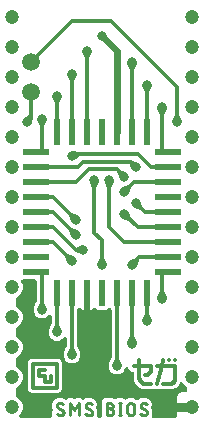
<source format=gbr>
G04 EAGLE Gerber RS-274X export*
G75*
%MOMM*%
%FSLAX34Y34*%
%LPD*%
%INTop Copper*%
%IPPOS*%
%AMOC8*
5,1,8,0,0,1.08239X$1,22.5*%
G01*
%ADD10C,0.228600*%
%ADD11R,0.600000X2.200000*%
%ADD12R,2.200000X0.600000*%
%ADD13C,1.500000*%
%ADD14C,0.609600*%
%ADD15C,0.800000*%
%ADD16C,1.200000*%
%ADD17C,0.304800*%
%ADD18C,0.508000*%
%ADD19C,0.800000*%

G36*
X32174Y3813D02*
X32174Y3813D01*
X32197Y3811D01*
X32346Y3833D01*
X32497Y3851D01*
X32519Y3858D01*
X32542Y3862D01*
X32682Y3917D01*
X32825Y3968D01*
X32844Y3981D01*
X32866Y3989D01*
X32991Y4075D01*
X33118Y4157D01*
X33134Y4174D01*
X33153Y4187D01*
X33255Y4299D01*
X33360Y4408D01*
X33372Y4428D01*
X33387Y4445D01*
X33461Y4577D01*
X33539Y4707D01*
X33546Y4729D01*
X33557Y4749D01*
X33599Y4895D01*
X33645Y5039D01*
X33647Y5062D01*
X33653Y5084D01*
X33674Y5328D01*
X33690Y9106D01*
X34194Y9605D01*
X34194Y9606D01*
X34195Y9607D01*
X34299Y9737D01*
X34411Y9877D01*
X34412Y9878D01*
X34413Y9879D01*
X34486Y10033D01*
X34562Y10192D01*
X34562Y10193D01*
X34562Y10194D01*
X34597Y10353D01*
X34636Y10532D01*
X34636Y10533D01*
X34637Y10534D01*
X34634Y10706D01*
X34632Y10881D01*
X34632Y10882D01*
X34632Y10883D01*
X34592Y11040D01*
X34548Y11219D01*
X34548Y11220D01*
X34547Y11221D01*
X34443Y11442D01*
X34072Y12093D01*
X34024Y12158D01*
X33985Y12228D01*
X33972Y12243D01*
X33972Y15774D01*
X34007Y15826D01*
X34037Y15863D01*
X34045Y15881D01*
X34063Y15906D01*
X35715Y18768D01*
X38577Y20421D01*
X38639Y20466D01*
X38707Y20504D01*
X38715Y20511D01*
X42221Y20511D01*
X42316Y20447D01*
X42409Y20373D01*
X42459Y20349D01*
X42506Y20317D01*
X42710Y20230D01*
X42724Y20224D01*
X42727Y20223D01*
X42731Y20222D01*
X44489Y19636D01*
X44727Y19457D01*
X44796Y19417D01*
X44861Y19368D01*
X44946Y19329D01*
X45028Y19282D01*
X45105Y19258D01*
X45178Y19224D01*
X45271Y19206D01*
X45361Y19179D01*
X45441Y19173D01*
X45520Y19157D01*
X45614Y19161D01*
X45708Y19154D01*
X45788Y19167D01*
X45869Y19170D01*
X45959Y19194D01*
X46052Y19209D01*
X46127Y19240D01*
X46205Y19261D01*
X46329Y19323D01*
X46375Y19341D01*
X46393Y19354D01*
X46424Y19370D01*
X46728Y19552D01*
X46779Y19591D01*
X46835Y19622D01*
X46977Y19743D01*
X47004Y19764D01*
X47010Y19772D01*
X47021Y19781D01*
X47751Y20511D01*
X47905Y20511D01*
X48019Y20524D01*
X48133Y20528D01*
X48191Y20544D01*
X48251Y20551D01*
X48359Y20590D01*
X48469Y20620D01*
X48539Y20654D01*
X48579Y20669D01*
X48616Y20692D01*
X48688Y20728D01*
X48820Y20807D01*
X49822Y20557D01*
X49886Y20548D01*
X49947Y20531D01*
X50133Y20516D01*
X50167Y20511D01*
X50177Y20512D01*
X50191Y20511D01*
X51224Y20511D01*
X51332Y20403D01*
X51422Y20332D01*
X51506Y20254D01*
X51558Y20224D01*
X51605Y20186D01*
X51709Y20137D01*
X51808Y20080D01*
X51882Y20055D01*
X51920Y20037D01*
X51963Y20028D01*
X52040Y20002D01*
X52590Y19865D01*
X52665Y19855D01*
X52739Y19835D01*
X52837Y19832D01*
X52935Y19819D01*
X53011Y19827D01*
X53087Y19825D01*
X53235Y19849D01*
X53282Y19854D01*
X53300Y19860D01*
X53328Y19865D01*
X53878Y20002D01*
X53985Y20042D01*
X54095Y20074D01*
X54148Y20104D01*
X54204Y20125D01*
X54299Y20188D01*
X54399Y20244D01*
X54459Y20295D01*
X54494Y20318D01*
X54524Y20350D01*
X54586Y20403D01*
X54694Y20511D01*
X55727Y20511D01*
X55791Y20519D01*
X55855Y20517D01*
X56039Y20547D01*
X56073Y20551D01*
X56082Y20554D01*
X56096Y20557D01*
X57098Y20807D01*
X57230Y20728D01*
X57334Y20681D01*
X57434Y20626D01*
X57492Y20609D01*
X57547Y20584D01*
X57659Y20562D01*
X57770Y20531D01*
X57847Y20525D01*
X57889Y20516D01*
X57932Y20518D01*
X58013Y20511D01*
X58167Y20511D01*
X58897Y19781D01*
X58947Y19741D01*
X58991Y19694D01*
X59143Y19586D01*
X59170Y19564D01*
X59179Y19560D01*
X59190Y19552D01*
X59533Y19346D01*
X59683Y19278D01*
X59830Y19209D01*
X59841Y19207D01*
X59850Y19202D01*
X60011Y19170D01*
X60171Y19136D01*
X60182Y19136D01*
X60192Y19134D01*
X60356Y19140D01*
X60519Y19143D01*
X60530Y19145D01*
X60540Y19146D01*
X60698Y19188D01*
X60857Y19228D01*
X60869Y19234D01*
X60877Y19236D01*
X60906Y19251D01*
X61078Y19333D01*
X62961Y20421D01*
X63023Y20466D01*
X63091Y20504D01*
X63099Y20511D01*
X66605Y20511D01*
X66700Y20447D01*
X66793Y20373D01*
X66843Y20349D01*
X66890Y20317D01*
X67094Y20230D01*
X67108Y20224D01*
X67111Y20223D01*
X67115Y20222D01*
X68873Y19636D01*
X69980Y18805D01*
X71369Y17763D01*
X71860Y14326D01*
X71257Y13521D01*
X71224Y13465D01*
X71184Y13415D01*
X71137Y13315D01*
X71081Y13220D01*
X71062Y13158D01*
X71034Y13100D01*
X71011Y12993D01*
X70978Y12887D01*
X70974Y12823D01*
X70960Y12760D01*
X70962Y12650D01*
X70954Y12540D01*
X70964Y12476D01*
X70965Y12411D01*
X70992Y12304D01*
X71009Y12195D01*
X71034Y12136D01*
X71049Y12073D01*
X71128Y11905D01*
X71141Y11873D01*
X71147Y11865D01*
X71153Y11851D01*
X72136Y10132D01*
X72183Y10067D01*
X72223Y9997D01*
X72236Y9981D01*
X72236Y6451D01*
X72200Y6399D01*
X72170Y6362D01*
X72162Y6344D01*
X72145Y6319D01*
X72016Y6096D01*
X71986Y6026D01*
X71947Y5961D01*
X71916Y5867D01*
X71877Y5776D01*
X71864Y5701D01*
X71840Y5629D01*
X71832Y5530D01*
X71815Y5433D01*
X71819Y5357D01*
X71812Y5282D01*
X71827Y5184D01*
X71832Y5085D01*
X71853Y5012D01*
X71864Y4937D01*
X71901Y4845D01*
X71928Y4750D01*
X71965Y4684D01*
X71993Y4613D01*
X72049Y4532D01*
X72098Y4445D01*
X72149Y4389D01*
X72192Y4327D01*
X72265Y4261D01*
X72332Y4187D01*
X72394Y4144D01*
X72451Y4094D01*
X72537Y4046D01*
X72619Y3989D01*
X72689Y3962D01*
X72756Y3925D01*
X72851Y3898D01*
X72943Y3862D01*
X73018Y3851D01*
X73091Y3830D01*
X73242Y3818D01*
X73288Y3811D01*
X73307Y3813D01*
X73335Y3811D01*
X74344Y3811D01*
X74371Y3814D01*
X74397Y3812D01*
X74543Y3834D01*
X74691Y3851D01*
X74715Y3859D01*
X74741Y3863D01*
X74879Y3918D01*
X75019Y3968D01*
X75041Y3982D01*
X75065Y3992D01*
X75187Y4077D01*
X75312Y4157D01*
X75330Y4176D01*
X75351Y4191D01*
X75450Y4301D01*
X75554Y4408D01*
X75567Y4430D01*
X75585Y4450D01*
X75656Y4580D01*
X75733Y4707D01*
X75741Y4732D01*
X75753Y4755D01*
X75794Y4898D01*
X75839Y5039D01*
X75841Y5065D01*
X75848Y5090D01*
X75868Y5334D01*
X75868Y18056D01*
X78323Y20511D01*
X84721Y20511D01*
X84773Y20476D01*
X84810Y20446D01*
X84828Y20438D01*
X84852Y20421D01*
X86125Y19686D01*
X86126Y19685D01*
X86127Y19685D01*
X86285Y19617D01*
X86444Y19547D01*
X86446Y19547D01*
X86447Y19547D01*
X86617Y19516D01*
X86787Y19485D01*
X86789Y19485D01*
X86790Y19485D01*
X86961Y19494D01*
X87135Y19502D01*
X87137Y19503D01*
X87138Y19503D01*
X87296Y19548D01*
X87470Y19598D01*
X87472Y19599D01*
X87473Y19599D01*
X87623Y19683D01*
X87775Y19768D01*
X87776Y19769D01*
X87777Y19770D01*
X87963Y19928D01*
X88547Y20511D01*
X94333Y20511D01*
X95100Y19745D01*
X95101Y19744D01*
X95102Y19743D01*
X95244Y19631D01*
X95373Y19528D01*
X95374Y19527D01*
X95375Y19527D01*
X95533Y19452D01*
X95688Y19379D01*
X95689Y19379D01*
X95691Y19378D01*
X95864Y19341D01*
X96029Y19306D01*
X96030Y19306D01*
X96031Y19305D01*
X96214Y19309D01*
X96377Y19312D01*
X96378Y19312D01*
X96380Y19312D01*
X96552Y19356D01*
X96715Y19397D01*
X96716Y19397D01*
X96718Y19398D01*
X96939Y19503D01*
X98686Y20511D01*
X102482Y20511D01*
X105280Y18896D01*
X105418Y18836D01*
X105555Y18772D01*
X105578Y18767D01*
X105599Y18758D01*
X105748Y18731D01*
X105896Y18699D01*
X105919Y18699D01*
X105942Y18695D01*
X106093Y18703D01*
X106244Y18706D01*
X106267Y18711D01*
X106290Y18713D01*
X106436Y18754D01*
X106582Y18791D01*
X106608Y18803D01*
X106625Y18808D01*
X106666Y18831D01*
X106803Y18896D01*
X109443Y20421D01*
X109505Y20466D01*
X109572Y20504D01*
X109581Y20511D01*
X113087Y20511D01*
X113182Y20447D01*
X113275Y20373D01*
X113325Y20349D01*
X113372Y20317D01*
X113576Y20230D01*
X113590Y20224D01*
X113593Y20223D01*
X113597Y20222D01*
X115355Y19636D01*
X116462Y18805D01*
X117851Y17763D01*
X118342Y14326D01*
X117739Y13521D01*
X117706Y13465D01*
X117666Y13415D01*
X117619Y13315D01*
X117563Y13220D01*
X117544Y13158D01*
X117516Y13100D01*
X117493Y12992D01*
X117460Y12887D01*
X117456Y12823D01*
X117442Y12759D01*
X117443Y12649D01*
X117436Y12540D01*
X117446Y12476D01*
X117447Y12411D01*
X117473Y12304D01*
X117491Y12195D01*
X117515Y12136D01*
X117531Y12073D01*
X117610Y11905D01*
X117623Y11873D01*
X117629Y11865D01*
X117635Y11851D01*
X118618Y10132D01*
X118665Y10067D01*
X118705Y9997D01*
X118717Y9982D01*
X118717Y6451D01*
X118682Y6399D01*
X118652Y6362D01*
X118644Y6344D01*
X118627Y6319D01*
X118497Y6096D01*
X118467Y6026D01*
X118429Y5961D01*
X118398Y5867D01*
X118359Y5776D01*
X118345Y5701D01*
X118322Y5629D01*
X118314Y5530D01*
X118297Y5433D01*
X118300Y5357D01*
X118294Y5282D01*
X118309Y5184D01*
X118314Y5085D01*
X118335Y5012D01*
X118346Y4937D01*
X118383Y4845D01*
X118410Y4750D01*
X118447Y4684D01*
X118475Y4613D01*
X118531Y4532D01*
X118580Y4445D01*
X118631Y4389D01*
X118674Y4327D01*
X118747Y4261D01*
X118814Y4187D01*
X118876Y4144D01*
X118932Y4094D01*
X119019Y4046D01*
X119101Y3989D01*
X119171Y3962D01*
X119237Y3925D01*
X119333Y3898D01*
X119425Y3862D01*
X119500Y3851D01*
X119573Y3830D01*
X119724Y3818D01*
X119770Y3811D01*
X119788Y3813D01*
X119817Y3811D01*
X138176Y3811D01*
X138202Y3814D01*
X138228Y3812D01*
X138375Y3834D01*
X138522Y3851D01*
X138547Y3859D01*
X138573Y3863D01*
X138711Y3918D01*
X138850Y3968D01*
X138872Y3982D01*
X138897Y3992D01*
X139018Y4077D01*
X139143Y4157D01*
X139161Y4176D01*
X139183Y4191D01*
X139282Y4301D01*
X139385Y4408D01*
X139399Y4430D01*
X139416Y4450D01*
X139488Y4580D01*
X139564Y4707D01*
X139572Y4732D01*
X139585Y4755D01*
X139625Y4898D01*
X139670Y5039D01*
X139672Y5065D01*
X139680Y5090D01*
X139699Y5334D01*
X139699Y20104D01*
X139695Y20145D01*
X139697Y20186D01*
X139675Y20318D01*
X139669Y20368D01*
X139690Y20553D01*
X139690Y20603D01*
X139699Y20723D01*
X139699Y20896D01*
X139712Y20927D01*
X139759Y21167D01*
X139769Y21261D01*
X139769Y21391D01*
X139776Y21521D01*
X139769Y21565D01*
X139769Y21566D01*
X139773Y21583D01*
X139791Y21628D01*
X139822Y21788D01*
X139824Y21795D01*
X139825Y21801D01*
X139833Y21843D01*
X139865Y21888D01*
X139887Y21939D01*
X139905Y21967D01*
X139920Y22014D01*
X139964Y22112D01*
X140026Y22290D01*
X140055Y22417D01*
X140091Y22542D01*
X140093Y22586D01*
X140093Y22587D01*
X140101Y22603D01*
X140129Y22643D01*
X140217Y22843D01*
X140258Y22880D01*
X140291Y22924D01*
X140315Y22948D01*
X140341Y22990D01*
X140405Y23076D01*
X140505Y23236D01*
X140561Y23353D01*
X140624Y23467D01*
X140636Y23510D01*
X140647Y23524D01*
X140683Y23557D01*
X140815Y23733D01*
X140863Y23759D01*
X140905Y23795D01*
X140933Y23813D01*
X140968Y23849D01*
X141049Y23918D01*
X141182Y24051D01*
X141263Y24153D01*
X141287Y24179D01*
X141316Y24210D01*
X141321Y24218D01*
X141350Y24250D01*
X141371Y24289D01*
X141385Y24301D01*
X141428Y24324D01*
X141595Y24467D01*
X141648Y24482D01*
X141697Y24508D01*
X141728Y24519D01*
X141770Y24546D01*
X141864Y24595D01*
X142024Y24695D01*
X142125Y24777D01*
X142232Y24852D01*
X142261Y24886D01*
X142278Y24894D01*
X142324Y24907D01*
X142519Y25009D01*
X142574Y25012D01*
X142627Y25026D01*
X142661Y25030D01*
X142707Y25047D01*
X142810Y25074D01*
X142988Y25136D01*
X143105Y25193D01*
X143226Y25243D01*
X143262Y25269D01*
X143280Y25273D01*
X143328Y25276D01*
X143540Y25332D01*
X143594Y25323D01*
X143650Y25324D01*
X143683Y25321D01*
X143732Y25327D01*
X143839Y25330D01*
X143932Y25341D01*
X143973Y25350D01*
X144014Y25352D01*
X144142Y25389D01*
X144191Y25401D01*
X144377Y25401D01*
X144427Y25406D01*
X144547Y25410D01*
X144719Y25430D01*
X144752Y25420D01*
X144996Y25401D01*
X147066Y25401D01*
X147092Y25404D01*
X147118Y25402D01*
X147265Y25424D01*
X147412Y25441D01*
X147437Y25449D01*
X147463Y25453D01*
X147601Y25508D01*
X147740Y25558D01*
X147762Y25572D01*
X147787Y25582D01*
X147908Y25667D01*
X148033Y25747D01*
X148051Y25766D01*
X148073Y25781D01*
X148172Y25891D01*
X148275Y25998D01*
X148289Y26020D01*
X148306Y26040D01*
X148378Y26170D01*
X148454Y26297D01*
X148462Y26322D01*
X148475Y26345D01*
X148515Y26488D01*
X148560Y26629D01*
X148562Y26655D01*
X148570Y26680D01*
X148589Y26924D01*
X148589Y28866D01*
X148581Y28942D01*
X148582Y29019D01*
X148561Y29115D01*
X148549Y29213D01*
X148524Y29285D01*
X148507Y29359D01*
X148465Y29448D01*
X148432Y29541D01*
X148390Y29605D01*
X148358Y29674D01*
X148296Y29751D01*
X148243Y29834D01*
X148188Y29887D01*
X148140Y29946D01*
X148063Y30007D01*
X147992Y30076D01*
X147927Y30115D01*
X147867Y30162D01*
X147734Y30230D01*
X147693Y30255D01*
X147675Y30260D01*
X147649Y30274D01*
X147274Y30429D01*
X144729Y32974D01*
X144726Y32981D01*
X144726Y32982D01*
X144725Y32983D01*
X144640Y33135D01*
X144557Y33286D01*
X144556Y33287D01*
X144449Y33405D01*
X144323Y33544D01*
X144322Y33545D01*
X144321Y33545D01*
X144196Y33632D01*
X144036Y33742D01*
X144035Y33743D01*
X143877Y33805D01*
X143712Y33870D01*
X143711Y33870D01*
X143710Y33871D01*
X143547Y33895D01*
X143367Y33921D01*
X143366Y33921D01*
X143365Y33921D01*
X143199Y33907D01*
X143020Y33892D01*
X143019Y33892D01*
X143018Y33892D01*
X142851Y33838D01*
X142688Y33785D01*
X142687Y33785D01*
X142543Y33698D01*
X142389Y33605D01*
X142388Y33605D01*
X142262Y33482D01*
X142139Y33363D01*
X142139Y33362D01*
X142138Y33362D01*
X141999Y33160D01*
X140280Y30182D01*
X136418Y27952D01*
X127028Y27952D01*
X126066Y28351D01*
X126004Y28368D01*
X125945Y28395D01*
X125837Y28416D01*
X125731Y28446D01*
X125666Y28449D01*
X125603Y28462D01*
X125493Y28458D01*
X125383Y28463D01*
X125320Y28452D01*
X125255Y28449D01*
X125148Y28421D01*
X125040Y28401D01*
X124981Y28375D01*
X124919Y28358D01*
X124753Y28276D01*
X124720Y28262D01*
X124712Y28256D01*
X124699Y28250D01*
X124510Y28136D01*
X122711Y27868D01*
X120663Y28380D01*
X120649Y28382D01*
X120635Y28387D01*
X120475Y28405D01*
X120317Y28426D01*
X120303Y28424D01*
X120289Y28426D01*
X120130Y28407D01*
X119970Y28391D01*
X119957Y28387D01*
X119943Y28385D01*
X119710Y28310D01*
X118847Y27952D01*
X110372Y27952D01*
X105930Y30517D01*
X103365Y34960D01*
X103365Y41429D01*
X103362Y41455D01*
X103364Y41481D01*
X103342Y41628D01*
X103325Y41775D01*
X103316Y41800D01*
X103312Y41826D01*
X103257Y41964D01*
X103207Y42103D01*
X103193Y42125D01*
X103183Y42150D01*
X103099Y42271D01*
X103018Y42396D01*
X102999Y42414D01*
X102985Y42436D01*
X102875Y42535D01*
X102768Y42638D01*
X102745Y42652D01*
X102726Y42669D01*
X102596Y42741D01*
X102469Y42817D01*
X102444Y42825D01*
X102421Y42838D01*
X102278Y42878D01*
X102137Y42923D01*
X102111Y42925D01*
X102085Y42933D01*
X102073Y42934D01*
X100347Y43648D01*
X99061Y44935D01*
X98645Y45938D01*
X98597Y46026D01*
X98557Y46118D01*
X98512Y46178D01*
X98476Y46243D01*
X98409Y46317D01*
X98349Y46398D01*
X98292Y46446D01*
X98242Y46501D01*
X98159Y46558D01*
X98083Y46623D01*
X98016Y46657D01*
X97955Y46699D01*
X97862Y46736D01*
X97772Y46782D01*
X97700Y46800D01*
X97631Y46827D01*
X97532Y46842D01*
X97434Y46866D01*
X97360Y46867D01*
X97286Y46878D01*
X97186Y46869D01*
X97086Y46871D01*
X97013Y46855D01*
X96939Y46849D01*
X96843Y46818D01*
X96745Y46796D01*
X96678Y46765D01*
X96607Y46742D01*
X96521Y46690D01*
X96431Y46647D01*
X96372Y46600D01*
X96309Y46562D01*
X96236Y46492D01*
X96158Y46429D01*
X96112Y46371D01*
X96059Y46319D01*
X96004Y46235D01*
X95942Y46156D01*
X95896Y46066D01*
X95870Y46026D01*
X95858Y45992D01*
X95831Y45938D01*
X94876Y43632D01*
X92893Y41649D01*
X90302Y40576D01*
X87498Y40576D01*
X84907Y41649D01*
X82924Y43632D01*
X81851Y46223D01*
X81851Y49027D01*
X81996Y49375D01*
X82037Y49521D01*
X82076Y49644D01*
X82148Y49803D01*
X82421Y50404D01*
X82421Y50405D01*
X82422Y50407D01*
X82428Y50426D01*
X82442Y50453D01*
X82947Y51672D01*
X83005Y51741D01*
X83018Y51765D01*
X83029Y51779D01*
X83049Y51821D01*
X83123Y51955D01*
X83801Y53451D01*
X84192Y54313D01*
X84200Y54339D01*
X84213Y54362D01*
X84253Y54504D01*
X84298Y54645D01*
X84300Y54672D01*
X84308Y54698D01*
X84327Y54942D01*
X84327Y95130D01*
X84313Y95256D01*
X84306Y95382D01*
X84293Y95428D01*
X84287Y95476D01*
X84245Y95595D01*
X84210Y95717D01*
X84186Y95759D01*
X84170Y95805D01*
X84101Y95911D01*
X84040Y96021D01*
X84000Y96067D01*
X83981Y96097D01*
X83946Y96131D01*
X83881Y96207D01*
X83627Y96461D01*
X83607Y96478D01*
X83590Y96498D01*
X83470Y96586D01*
X83354Y96678D01*
X83330Y96689D01*
X83309Y96705D01*
X83173Y96764D01*
X83039Y96827D01*
X83013Y96832D01*
X82989Y96843D01*
X82843Y96869D01*
X82698Y96900D01*
X82672Y96900D01*
X82646Y96904D01*
X82498Y96897D01*
X82350Y96894D01*
X82324Y96888D01*
X82298Y96887D01*
X82156Y96845D01*
X82012Y96809D01*
X81989Y96797D01*
X81963Y96790D01*
X81834Y96718D01*
X81702Y96650D01*
X81682Y96633D01*
X81659Y96620D01*
X81473Y96461D01*
X80463Y95451D01*
X71937Y95451D01*
X70927Y96461D01*
X70907Y96478D01*
X70890Y96498D01*
X70770Y96586D01*
X70654Y96678D01*
X70630Y96689D01*
X70609Y96705D01*
X70473Y96763D01*
X70339Y96827D01*
X70313Y96832D01*
X70289Y96843D01*
X70143Y96869D01*
X69998Y96900D01*
X69972Y96900D01*
X69946Y96904D01*
X69798Y96897D01*
X69650Y96894D01*
X69624Y96888D01*
X69598Y96887D01*
X69456Y96845D01*
X69312Y96809D01*
X69288Y96797D01*
X69263Y96790D01*
X69134Y96718D01*
X69002Y96650D01*
X68982Y96633D01*
X68959Y96620D01*
X68773Y96461D01*
X68372Y96060D01*
X67677Y95659D01*
X66901Y95451D01*
X65023Y95451D01*
X65023Y109500D01*
X65020Y109526D01*
X65022Y109552D01*
X65000Y109699D01*
X64984Y109846D01*
X64975Y109871D01*
X64971Y109897D01*
X64916Y110034D01*
X64866Y110174D01*
X64852Y110196D01*
X64842Y110220D01*
X64758Y110342D01*
X64677Y110467D01*
X64658Y110485D01*
X64643Y110507D01*
X64533Y110606D01*
X64426Y110709D01*
X64404Y110722D01*
X64384Y110740D01*
X64254Y110812D01*
X64127Y110888D01*
X64102Y110896D01*
X64079Y110909D01*
X63936Y110949D01*
X63795Y110994D01*
X63769Y110996D01*
X63744Y111003D01*
X63500Y111023D01*
X63474Y111020D01*
X63448Y111022D01*
X63301Y111000D01*
X63154Y110983D01*
X63129Y110974D01*
X63103Y110970D01*
X62965Y110916D01*
X62826Y110866D01*
X62803Y110851D01*
X62779Y110842D01*
X62658Y110757D01*
X62533Y110677D01*
X62514Y110658D01*
X62493Y110643D01*
X62394Y110533D01*
X62291Y110426D01*
X62277Y110403D01*
X62259Y110384D01*
X62188Y110254D01*
X62112Y110127D01*
X62104Y110102D01*
X62091Y110079D01*
X62051Y109936D01*
X62005Y109795D01*
X62003Y109769D01*
X61996Y109743D01*
X61977Y109500D01*
X61977Y95451D01*
X60099Y95451D01*
X59323Y95659D01*
X58628Y96060D01*
X58227Y96461D01*
X58207Y96478D01*
X58189Y96498D01*
X58070Y96586D01*
X57954Y96678D01*
X57930Y96689D01*
X57909Y96705D01*
X57773Y96763D01*
X57639Y96827D01*
X57613Y96832D01*
X57589Y96843D01*
X57443Y96869D01*
X57298Y96900D01*
X57272Y96900D01*
X57246Y96904D01*
X57098Y96897D01*
X56950Y96894D01*
X56924Y96888D01*
X56898Y96887D01*
X56755Y96845D01*
X56612Y96809D01*
X56588Y96797D01*
X56563Y96790D01*
X56434Y96718D01*
X56302Y96650D01*
X56282Y96633D01*
X56259Y96620D01*
X56073Y96461D01*
X55819Y96207D01*
X55740Y96108D01*
X55656Y96014D01*
X55632Y95972D01*
X55602Y95934D01*
X55548Y95820D01*
X55487Y95709D01*
X55474Y95663D01*
X55453Y95619D01*
X55427Y95496D01*
X55392Y95374D01*
X55387Y95313D01*
X55380Y95278D01*
X55381Y95230D01*
X55373Y95130D01*
X55373Y64466D01*
X55376Y64440D01*
X55374Y64413D01*
X55396Y64267D01*
X55413Y64120D01*
X55422Y64095D01*
X55426Y64068D01*
X55508Y63838D01*
X56577Y61480D01*
X56655Y61350D01*
X56729Y61217D01*
X56747Y61196D01*
X56756Y61181D01*
X56763Y61174D01*
X57258Y59977D01*
X57268Y59960D01*
X57278Y59932D01*
X57626Y59165D01*
X57629Y59133D01*
X57638Y59107D01*
X57640Y59089D01*
X57658Y59046D01*
X57704Y58900D01*
X57849Y58552D01*
X57849Y55748D01*
X56776Y53157D01*
X54793Y51174D01*
X52202Y50101D01*
X49398Y50101D01*
X46807Y51174D01*
X44824Y53157D01*
X43751Y55748D01*
X43751Y58552D01*
X43896Y58900D01*
X43937Y59046D01*
X43976Y59169D01*
X44048Y59328D01*
X44146Y59544D01*
X44322Y59932D01*
X44328Y59951D01*
X44342Y59978D01*
X44847Y61197D01*
X44905Y61266D01*
X44918Y61290D01*
X44929Y61304D01*
X44949Y61346D01*
X45023Y61480D01*
X46092Y63838D01*
X46100Y63864D01*
X46113Y63887D01*
X46153Y64029D01*
X46198Y64170D01*
X46200Y64197D01*
X46208Y64223D01*
X46227Y64467D01*
X46227Y70681D01*
X46216Y70781D01*
X46214Y70882D01*
X46196Y70954D01*
X46187Y71028D01*
X46154Y71122D01*
X46129Y71220D01*
X46095Y71286D01*
X46070Y71356D01*
X46015Y71440D01*
X45969Y71529D01*
X45921Y71586D01*
X45881Y71649D01*
X45809Y71718D01*
X45744Y71795D01*
X45684Y71839D01*
X45630Y71891D01*
X45544Y71942D01*
X45463Y72002D01*
X45395Y72031D01*
X45331Y72070D01*
X45235Y72100D01*
X45143Y72140D01*
X45070Y72153D01*
X44999Y72176D01*
X44899Y72184D01*
X44800Y72202D01*
X44726Y72198D01*
X44652Y72204D01*
X44552Y72189D01*
X44452Y72184D01*
X44381Y72163D01*
X44307Y72152D01*
X44214Y72115D01*
X44117Y72087D01*
X44052Y72051D01*
X43983Y72023D01*
X43901Y71966D01*
X43813Y71917D01*
X43737Y71852D01*
X43697Y71824D01*
X43673Y71798D01*
X43627Y71759D01*
X42093Y70224D01*
X39502Y69151D01*
X36698Y69151D01*
X34107Y70224D01*
X32124Y72207D01*
X31051Y74798D01*
X31051Y77602D01*
X31196Y77950D01*
X31237Y78096D01*
X31276Y78219D01*
X31622Y78982D01*
X31628Y79001D01*
X31642Y79028D01*
X32147Y80247D01*
X32205Y80316D01*
X32218Y80340D01*
X32229Y80354D01*
X32249Y80396D01*
X32323Y80530D01*
X32477Y80869D01*
X33167Y82392D01*
X33167Y82393D01*
X33392Y82888D01*
X33400Y82914D01*
X33413Y82937D01*
X33453Y83079D01*
X33498Y83220D01*
X33500Y83247D01*
X33508Y83273D01*
X33527Y83517D01*
X33527Y89731D01*
X33516Y89831D01*
X33514Y89932D01*
X33496Y90004D01*
X33487Y90078D01*
X33454Y90172D01*
X33429Y90270D01*
X33395Y90336D01*
X33370Y90406D01*
X33315Y90490D01*
X33269Y90579D01*
X33221Y90636D01*
X33181Y90699D01*
X33109Y90768D01*
X33044Y90845D01*
X32984Y90889D01*
X32930Y90941D01*
X32844Y90992D01*
X32763Y91052D01*
X32695Y91081D01*
X32631Y91120D01*
X32535Y91150D01*
X32443Y91190D01*
X32370Y91203D01*
X32299Y91226D01*
X32199Y91234D01*
X32100Y91252D01*
X32026Y91248D01*
X31952Y91254D01*
X31852Y91239D01*
X31752Y91234D01*
X31681Y91213D01*
X31607Y91202D01*
X31514Y91165D01*
X31417Y91137D01*
X31352Y91101D01*
X31283Y91073D01*
X31201Y91016D01*
X31113Y90967D01*
X31037Y90902D01*
X30997Y90874D01*
X30973Y90848D01*
X30927Y90809D01*
X29393Y89274D01*
X26802Y88201D01*
X23998Y88201D01*
X21407Y89274D01*
X19424Y91257D01*
X18351Y93848D01*
X18351Y96652D01*
X18496Y97000D01*
X18537Y97146D01*
X18576Y97269D01*
X18648Y97428D01*
X18738Y97625D01*
X18922Y98032D01*
X18928Y98051D01*
X18942Y98078D01*
X19447Y99297D01*
X19505Y99366D01*
X19518Y99390D01*
X19529Y99404D01*
X19549Y99446D01*
X19623Y99580D01*
X20692Y101938D01*
X20700Y101964D01*
X20713Y101987D01*
X20753Y102129D01*
X20798Y102270D01*
X20800Y102297D01*
X20808Y102323D01*
X20827Y102567D01*
X20827Y119428D01*
X20824Y119454D01*
X20826Y119480D01*
X20804Y119627D01*
X20787Y119774D01*
X20779Y119799D01*
X20775Y119825D01*
X20720Y119963D01*
X20670Y120102D01*
X20656Y120124D01*
X20646Y120149D01*
X20561Y120270D01*
X20481Y120395D01*
X20462Y120413D01*
X20447Y120435D01*
X20337Y120534D01*
X20230Y120637D01*
X20208Y120651D01*
X20188Y120668D01*
X20058Y120740D01*
X19931Y120816D01*
X19906Y120824D01*
X19883Y120837D01*
X19740Y120877D01*
X19599Y120922D01*
X19573Y120924D01*
X19548Y120932D01*
X19304Y120951D01*
X9319Y120951D01*
X9170Y120934D01*
X9020Y120922D01*
X8997Y120914D01*
X8973Y120911D01*
X8832Y120861D01*
X8688Y120815D01*
X8667Y120802D01*
X8645Y120794D01*
X8518Y120712D01*
X8389Y120635D01*
X8372Y120618D01*
X8352Y120605D01*
X8247Y120497D01*
X8139Y120392D01*
X8126Y120372D01*
X8110Y120354D01*
X8032Y120225D01*
X7951Y120099D01*
X7943Y120076D01*
X7931Y120055D01*
X7885Y119912D01*
X7835Y119770D01*
X7832Y119746D01*
X7825Y119723D01*
X7813Y119574D01*
X7796Y119424D01*
X7799Y119400D01*
X7797Y119376D01*
X7819Y119227D01*
X7836Y119078D01*
X7845Y119050D01*
X7848Y119031D01*
X7866Y118987D01*
X7912Y118845D01*
X9049Y116100D01*
X9049Y112500D01*
X7671Y109174D01*
X5126Y106629D01*
X4751Y106474D01*
X4684Y106437D01*
X4613Y106408D01*
X4532Y106352D01*
X4446Y106304D01*
X4390Y106253D01*
X4327Y106209D01*
X4261Y106136D01*
X4188Y106070D01*
X4145Y106007D01*
X4094Y105951D01*
X4046Y105865D01*
X3990Y105784D01*
X3962Y105712D01*
X3925Y105646D01*
X3898Y105551D01*
X3862Y105459D01*
X3851Y105384D01*
X3830Y105310D01*
X3818Y105161D01*
X3811Y105115D01*
X3813Y105095D01*
X3811Y105066D01*
X3811Y98134D01*
X3819Y98058D01*
X3818Y97981D01*
X3839Y97885D01*
X3851Y97787D01*
X3876Y97715D01*
X3893Y97641D01*
X3935Y97552D01*
X3968Y97459D01*
X4010Y97395D01*
X4042Y97326D01*
X4104Y97249D01*
X4157Y97166D01*
X4212Y97113D01*
X4260Y97054D01*
X4337Y96993D01*
X4408Y96924D01*
X4473Y96885D01*
X4533Y96838D01*
X4666Y96770D01*
X4707Y96745D01*
X4725Y96740D01*
X4751Y96726D01*
X5126Y96571D01*
X7671Y94026D01*
X9049Y90700D01*
X9049Y87100D01*
X7671Y83774D01*
X5126Y81229D01*
X4751Y81074D01*
X4684Y81037D01*
X4613Y81008D01*
X4532Y80952D01*
X4446Y80904D01*
X4390Y80853D01*
X4327Y80809D01*
X4261Y80736D01*
X4188Y80670D01*
X4145Y80607D01*
X4094Y80551D01*
X4046Y80465D01*
X3990Y80384D01*
X3962Y80312D01*
X3925Y80246D01*
X3898Y80151D01*
X3862Y80059D01*
X3851Y79984D01*
X3830Y79910D01*
X3818Y79761D01*
X3811Y79715D01*
X3813Y79695D01*
X3811Y79666D01*
X3811Y72734D01*
X3819Y72658D01*
X3818Y72581D01*
X3839Y72485D01*
X3851Y72387D01*
X3876Y72315D01*
X3893Y72241D01*
X3935Y72152D01*
X3968Y72059D01*
X4010Y71995D01*
X4042Y71926D01*
X4104Y71849D01*
X4157Y71766D01*
X4212Y71713D01*
X4260Y71654D01*
X4337Y71593D01*
X4408Y71524D01*
X4473Y71485D01*
X4533Y71438D01*
X4666Y71370D01*
X4707Y71345D01*
X4725Y71340D01*
X4751Y71326D01*
X5126Y71171D01*
X7671Y68626D01*
X9049Y65300D01*
X9049Y61700D01*
X7671Y58374D01*
X5126Y55829D01*
X4751Y55674D01*
X4684Y55637D01*
X4613Y55608D01*
X4532Y55552D01*
X4446Y55504D01*
X4390Y55453D01*
X4327Y55409D01*
X4261Y55336D01*
X4188Y55270D01*
X4145Y55207D01*
X4094Y55151D01*
X4046Y55065D01*
X3990Y54984D01*
X3962Y54912D01*
X3925Y54846D01*
X3898Y54751D01*
X3862Y54659D01*
X3851Y54584D01*
X3830Y54510D01*
X3818Y54361D01*
X3811Y54315D01*
X3813Y54295D01*
X3811Y54266D01*
X3811Y47334D01*
X3819Y47258D01*
X3818Y47181D01*
X3839Y47085D01*
X3851Y46987D01*
X3876Y46915D01*
X3893Y46841D01*
X3935Y46752D01*
X3968Y46659D01*
X4010Y46595D01*
X4042Y46526D01*
X4104Y46449D01*
X4157Y46366D01*
X4212Y46313D01*
X4260Y46254D01*
X4337Y46193D01*
X4408Y46124D01*
X4473Y46085D01*
X4533Y46038D01*
X4666Y45970D01*
X4707Y45945D01*
X4725Y45940D01*
X4751Y45926D01*
X5126Y45771D01*
X7671Y43226D01*
X9049Y39900D01*
X9049Y36300D01*
X7671Y32974D01*
X5126Y30429D01*
X4751Y30274D01*
X4684Y30237D01*
X4613Y30208D01*
X4532Y30152D01*
X4446Y30104D01*
X4390Y30053D01*
X4327Y30009D01*
X4261Y29936D01*
X4188Y29870D01*
X4145Y29807D01*
X4094Y29751D01*
X4046Y29665D01*
X3990Y29584D01*
X3962Y29512D01*
X3925Y29446D01*
X3898Y29351D01*
X3862Y29259D01*
X3851Y29184D01*
X3830Y29110D01*
X3818Y28961D01*
X3811Y28915D01*
X3813Y28895D01*
X3811Y28866D01*
X3811Y21934D01*
X3819Y21858D01*
X3818Y21781D01*
X3839Y21685D01*
X3851Y21587D01*
X3876Y21515D01*
X3893Y21441D01*
X3935Y21352D01*
X3968Y21259D01*
X4010Y21195D01*
X4042Y21126D01*
X4104Y21049D01*
X4157Y20966D01*
X4212Y20913D01*
X4260Y20854D01*
X4337Y20793D01*
X4408Y20724D01*
X4473Y20685D01*
X4533Y20638D01*
X4666Y20570D01*
X4707Y20545D01*
X4725Y20540D01*
X4751Y20526D01*
X5126Y20371D01*
X7671Y17826D01*
X9049Y14500D01*
X9049Y10900D01*
X7671Y7574D01*
X6508Y6411D01*
X6445Y6332D01*
X6376Y6260D01*
X6337Y6196D01*
X6291Y6138D01*
X6248Y6047D01*
X6197Y5961D01*
X6174Y5890D01*
X6142Y5823D01*
X6121Y5725D01*
X6091Y5629D01*
X6085Y5555D01*
X6069Y5482D01*
X6071Y5382D01*
X6063Y5282D01*
X6074Y5208D01*
X6075Y5134D01*
X6099Y5037D01*
X6114Y4937D01*
X6142Y4868D01*
X6160Y4796D01*
X6206Y4707D01*
X6243Y4613D01*
X6286Y4552D01*
X6320Y4486D01*
X6385Y4410D01*
X6442Y4327D01*
X6497Y4277D01*
X6545Y4221D01*
X6626Y4161D01*
X6701Y4094D01*
X6766Y4058D01*
X6826Y4013D01*
X6918Y3974D01*
X7006Y3925D01*
X7077Y3905D01*
X7146Y3875D01*
X7245Y3858D01*
X7341Y3830D01*
X7441Y3822D01*
X7489Y3814D01*
X7524Y3816D01*
X7585Y3811D01*
X32151Y3811D01*
X32174Y3813D01*
G37*
%LPC*%
G36*
X16853Y24777D02*
X16853Y24777D01*
X15172Y25473D01*
X13886Y26760D01*
X13190Y28440D01*
X13190Y50260D01*
X13886Y51940D01*
X15172Y53227D01*
X16853Y53923D01*
X38672Y53923D01*
X40353Y53227D01*
X41639Y51940D01*
X42335Y50260D01*
X42335Y28440D01*
X41639Y26760D01*
X40353Y25473D01*
X38672Y24777D01*
X16853Y24777D01*
G37*
%LPD*%
D10*
X41346Y5906D02*
X41442Y5908D01*
X41537Y5914D01*
X41632Y5924D01*
X41727Y5938D01*
X41821Y5955D01*
X41914Y5977D01*
X42006Y6002D01*
X42097Y6031D01*
X42187Y6064D01*
X42276Y6101D01*
X42362Y6141D01*
X42447Y6185D01*
X42531Y6232D01*
X42612Y6283D01*
X42691Y6337D01*
X42767Y6394D01*
X42842Y6454D01*
X42913Y6518D01*
X42982Y6584D01*
X43048Y6653D01*
X43112Y6724D01*
X43172Y6799D01*
X43229Y6875D01*
X43283Y6954D01*
X43334Y7036D01*
X43381Y7119D01*
X43425Y7204D01*
X43465Y7290D01*
X43502Y7379D01*
X43535Y7469D01*
X43564Y7560D01*
X43589Y7652D01*
X43611Y7745D01*
X43628Y7839D01*
X43642Y7934D01*
X43652Y8029D01*
X43658Y8124D01*
X43660Y8220D01*
X41346Y5905D02*
X41208Y5907D01*
X41070Y5913D01*
X40933Y5922D01*
X40796Y5936D01*
X40659Y5954D01*
X40523Y5975D01*
X40387Y6000D01*
X40252Y6029D01*
X40119Y6062D01*
X39986Y6098D01*
X39854Y6138D01*
X39723Y6182D01*
X39594Y6230D01*
X39466Y6281D01*
X39339Y6336D01*
X39214Y6394D01*
X39091Y6456D01*
X38970Y6521D01*
X38850Y6590D01*
X38733Y6662D01*
X38617Y6738D01*
X38504Y6816D01*
X38393Y6898D01*
X38284Y6983D01*
X38178Y7070D01*
X38074Y7161D01*
X37973Y7255D01*
X37874Y7351D01*
X38164Y14005D02*
X38166Y14098D01*
X38172Y14191D01*
X38181Y14284D01*
X38194Y14376D01*
X38211Y14468D01*
X38231Y14559D01*
X38255Y14649D01*
X38283Y14738D01*
X38314Y14826D01*
X38349Y14912D01*
X38387Y14997D01*
X38429Y15080D01*
X38474Y15162D01*
X38522Y15242D01*
X38574Y15320D01*
X38628Y15395D01*
X38686Y15468D01*
X38746Y15539D01*
X38809Y15608D01*
X38875Y15674D01*
X38944Y15737D01*
X39015Y15797D01*
X39088Y15855D01*
X39163Y15909D01*
X39241Y15961D01*
X39321Y16009D01*
X39403Y16054D01*
X39486Y16096D01*
X39571Y16134D01*
X39657Y16169D01*
X39745Y16200D01*
X39834Y16228D01*
X39924Y16252D01*
X40015Y16272D01*
X40107Y16289D01*
X40199Y16302D01*
X40292Y16311D01*
X40385Y16317D01*
X40478Y16319D01*
X40605Y16317D01*
X40732Y16312D01*
X40858Y16302D01*
X40985Y16289D01*
X41110Y16273D01*
X41236Y16252D01*
X41360Y16228D01*
X41484Y16201D01*
X41607Y16170D01*
X41729Y16135D01*
X41850Y16096D01*
X41970Y16054D01*
X42088Y16009D01*
X42206Y15960D01*
X42321Y15908D01*
X42435Y15852D01*
X42548Y15794D01*
X42658Y15731D01*
X42767Y15666D01*
X42874Y15597D01*
X42979Y15526D01*
X43081Y15451D01*
X39321Y11980D02*
X39241Y12030D01*
X39163Y12082D01*
X39088Y12137D01*
X39014Y12196D01*
X38943Y12257D01*
X38875Y12321D01*
X38809Y12388D01*
X38745Y12458D01*
X38685Y12529D01*
X38628Y12604D01*
X38573Y12680D01*
X38522Y12759D01*
X38474Y12839D01*
X38429Y12921D01*
X38387Y13006D01*
X38349Y13091D01*
X38314Y13178D01*
X38283Y13267D01*
X38255Y13357D01*
X38231Y13447D01*
X38211Y13539D01*
X38194Y13631D01*
X38181Y13724D01*
X38171Y13818D01*
X38166Y13911D01*
X38164Y14005D01*
X42502Y10245D02*
X42582Y10195D01*
X42660Y10143D01*
X42736Y10087D01*
X42809Y10029D01*
X42880Y9968D01*
X42948Y9904D01*
X43014Y9837D01*
X43078Y9767D01*
X43138Y9696D01*
X43195Y9621D01*
X43250Y9545D01*
X43301Y9466D01*
X43349Y9386D01*
X43394Y9304D01*
X43436Y9219D01*
X43474Y9134D01*
X43509Y9047D01*
X43540Y8958D01*
X43568Y8868D01*
X43592Y8778D01*
X43612Y8686D01*
X43629Y8594D01*
X43642Y8501D01*
X43652Y8407D01*
X43657Y8314D01*
X43659Y8220D01*
X42503Y10245D02*
X39321Y11980D01*
X49488Y16320D02*
X49488Y5906D01*
X52959Y10534D02*
X49488Y16320D01*
X52959Y10534D02*
X56430Y16320D01*
X56430Y5906D01*
X65730Y5906D02*
X65826Y5908D01*
X65921Y5914D01*
X66016Y5924D01*
X66111Y5938D01*
X66205Y5955D01*
X66298Y5977D01*
X66390Y6002D01*
X66481Y6031D01*
X66571Y6064D01*
X66660Y6101D01*
X66746Y6141D01*
X66831Y6185D01*
X66915Y6232D01*
X66996Y6283D01*
X67075Y6337D01*
X67151Y6394D01*
X67226Y6454D01*
X67297Y6518D01*
X67366Y6584D01*
X67432Y6653D01*
X67496Y6724D01*
X67556Y6799D01*
X67613Y6875D01*
X67667Y6954D01*
X67718Y7036D01*
X67765Y7119D01*
X67809Y7204D01*
X67849Y7290D01*
X67886Y7379D01*
X67919Y7469D01*
X67948Y7560D01*
X67973Y7652D01*
X67995Y7745D01*
X68012Y7839D01*
X68026Y7934D01*
X68036Y8029D01*
X68042Y8124D01*
X68044Y8220D01*
X65730Y5905D02*
X65592Y5907D01*
X65454Y5913D01*
X65317Y5922D01*
X65180Y5936D01*
X65043Y5954D01*
X64907Y5975D01*
X64771Y6000D01*
X64636Y6029D01*
X64503Y6062D01*
X64370Y6098D01*
X64238Y6138D01*
X64107Y6182D01*
X63978Y6230D01*
X63850Y6281D01*
X63723Y6336D01*
X63598Y6394D01*
X63475Y6456D01*
X63354Y6521D01*
X63234Y6590D01*
X63117Y6662D01*
X63001Y6738D01*
X62888Y6816D01*
X62777Y6898D01*
X62668Y6983D01*
X62562Y7070D01*
X62458Y7161D01*
X62357Y7255D01*
X62258Y7351D01*
X62548Y14005D02*
X62550Y14098D01*
X62556Y14191D01*
X62565Y14284D01*
X62578Y14376D01*
X62595Y14468D01*
X62615Y14559D01*
X62639Y14649D01*
X62667Y14738D01*
X62698Y14826D01*
X62733Y14912D01*
X62771Y14997D01*
X62813Y15080D01*
X62858Y15162D01*
X62906Y15242D01*
X62958Y15320D01*
X63012Y15395D01*
X63070Y15468D01*
X63130Y15539D01*
X63193Y15608D01*
X63259Y15674D01*
X63328Y15737D01*
X63399Y15797D01*
X63472Y15855D01*
X63547Y15909D01*
X63625Y15961D01*
X63705Y16009D01*
X63787Y16054D01*
X63870Y16096D01*
X63955Y16134D01*
X64041Y16169D01*
X64129Y16200D01*
X64218Y16228D01*
X64308Y16252D01*
X64399Y16272D01*
X64491Y16289D01*
X64583Y16302D01*
X64676Y16311D01*
X64769Y16317D01*
X64862Y16319D01*
X64989Y16317D01*
X65116Y16312D01*
X65242Y16302D01*
X65369Y16289D01*
X65494Y16273D01*
X65620Y16252D01*
X65744Y16228D01*
X65868Y16201D01*
X65991Y16170D01*
X66113Y16135D01*
X66234Y16096D01*
X66354Y16054D01*
X66472Y16009D01*
X66590Y15960D01*
X66705Y15908D01*
X66819Y15852D01*
X66932Y15794D01*
X67042Y15731D01*
X67151Y15666D01*
X67258Y15597D01*
X67363Y15526D01*
X67465Y15451D01*
X63705Y11980D02*
X63625Y12030D01*
X63547Y12082D01*
X63472Y12137D01*
X63398Y12196D01*
X63327Y12257D01*
X63259Y12321D01*
X63193Y12388D01*
X63129Y12458D01*
X63069Y12529D01*
X63012Y12604D01*
X62957Y12680D01*
X62906Y12759D01*
X62858Y12839D01*
X62813Y12921D01*
X62771Y13006D01*
X62733Y13091D01*
X62698Y13178D01*
X62667Y13267D01*
X62639Y13357D01*
X62615Y13447D01*
X62595Y13539D01*
X62578Y13631D01*
X62565Y13724D01*
X62555Y13818D01*
X62550Y13911D01*
X62548Y14005D01*
X66886Y10245D02*
X66966Y10195D01*
X67044Y10143D01*
X67120Y10087D01*
X67193Y10029D01*
X67264Y9968D01*
X67332Y9904D01*
X67398Y9837D01*
X67462Y9767D01*
X67522Y9696D01*
X67579Y9621D01*
X67634Y9545D01*
X67685Y9466D01*
X67733Y9386D01*
X67778Y9304D01*
X67820Y9219D01*
X67858Y9134D01*
X67893Y9047D01*
X67924Y8958D01*
X67952Y8868D01*
X67976Y8778D01*
X67996Y8686D01*
X68013Y8594D01*
X68026Y8501D01*
X68036Y8407D01*
X68041Y8314D01*
X68043Y8220D01*
X66887Y10245D02*
X63705Y11980D01*
X80059Y11691D02*
X82952Y11691D01*
X83059Y11689D01*
X83166Y11683D01*
X83272Y11673D01*
X83378Y11659D01*
X83484Y11642D01*
X83588Y11620D01*
X83692Y11595D01*
X83795Y11565D01*
X83897Y11532D01*
X83997Y11496D01*
X84096Y11455D01*
X84193Y11411D01*
X84289Y11363D01*
X84383Y11312D01*
X84475Y11258D01*
X84565Y11200D01*
X84652Y11138D01*
X84738Y11074D01*
X84821Y11007D01*
X84901Y10936D01*
X84979Y10862D01*
X85054Y10786D01*
X85126Y10707D01*
X85195Y10626D01*
X85261Y10541D01*
X85324Y10455D01*
X85383Y10366D01*
X85439Y10275D01*
X85492Y10182D01*
X85542Y10088D01*
X85588Y9991D01*
X85630Y9893D01*
X85668Y9793D01*
X85703Y9692D01*
X85735Y9590D01*
X85762Y9486D01*
X85785Y9382D01*
X85805Y9277D01*
X85821Y9171D01*
X85833Y9065D01*
X85841Y8958D01*
X85845Y8851D01*
X85845Y8745D01*
X85841Y8638D01*
X85833Y8531D01*
X85821Y8425D01*
X85805Y8319D01*
X85785Y8214D01*
X85762Y8110D01*
X85735Y8006D01*
X85703Y7904D01*
X85668Y7803D01*
X85630Y7703D01*
X85588Y7605D01*
X85542Y7508D01*
X85492Y7414D01*
X85439Y7321D01*
X85383Y7230D01*
X85324Y7141D01*
X85261Y7055D01*
X85195Y6970D01*
X85126Y6889D01*
X85054Y6810D01*
X84979Y6734D01*
X84901Y6660D01*
X84821Y6589D01*
X84738Y6522D01*
X84652Y6458D01*
X84565Y6396D01*
X84475Y6338D01*
X84383Y6284D01*
X84289Y6233D01*
X84193Y6185D01*
X84096Y6141D01*
X83997Y6100D01*
X83897Y6064D01*
X83795Y6031D01*
X83692Y6001D01*
X83588Y5976D01*
X83484Y5954D01*
X83378Y5937D01*
X83272Y5923D01*
X83166Y5913D01*
X83059Y5907D01*
X82952Y5905D01*
X82952Y5906D02*
X80059Y5906D01*
X80059Y16320D01*
X82952Y16320D01*
X82952Y16319D02*
X83046Y16317D01*
X83141Y16311D01*
X83235Y16302D01*
X83328Y16288D01*
X83421Y16271D01*
X83513Y16250D01*
X83604Y16225D01*
X83694Y16197D01*
X83783Y16165D01*
X83870Y16129D01*
X83956Y16090D01*
X84040Y16047D01*
X84123Y16001D01*
X84203Y15952D01*
X84281Y15899D01*
X84358Y15843D01*
X84431Y15784D01*
X84503Y15723D01*
X84571Y15658D01*
X84638Y15590D01*
X84701Y15520D01*
X84761Y15448D01*
X84819Y15373D01*
X84873Y15295D01*
X84924Y15216D01*
X84972Y15135D01*
X85016Y15051D01*
X85057Y14966D01*
X85094Y14880D01*
X85128Y14792D01*
X85159Y14702D01*
X85185Y14612D01*
X85208Y14520D01*
X85227Y14427D01*
X85242Y14334D01*
X85254Y14241D01*
X85262Y14147D01*
X85266Y14052D01*
X85266Y13958D01*
X85262Y13863D01*
X85254Y13769D01*
X85242Y13676D01*
X85227Y13583D01*
X85208Y13490D01*
X85185Y13398D01*
X85159Y13308D01*
X85128Y13218D01*
X85094Y13130D01*
X85057Y13044D01*
X85016Y12959D01*
X84972Y12875D01*
X84924Y12794D01*
X84873Y12715D01*
X84819Y12637D01*
X84761Y12562D01*
X84701Y12490D01*
X84638Y12420D01*
X84571Y12352D01*
X84503Y12287D01*
X84431Y12226D01*
X84358Y12167D01*
X84281Y12111D01*
X84203Y12058D01*
X84123Y12009D01*
X84040Y11963D01*
X83956Y11920D01*
X83870Y11881D01*
X83783Y11845D01*
X83694Y11813D01*
X83604Y11785D01*
X83513Y11760D01*
X83421Y11739D01*
X83328Y11722D01*
X83235Y11708D01*
X83141Y11699D01*
X83046Y11693D01*
X82952Y11691D01*
X91440Y16320D02*
X91440Y5906D01*
X90283Y5906D02*
X92597Y5906D01*
X92597Y16320D02*
X90283Y16320D01*
X97691Y13427D02*
X97691Y8798D01*
X97691Y13427D02*
X97693Y13534D01*
X97699Y13641D01*
X97709Y13747D01*
X97723Y13853D01*
X97740Y13959D01*
X97762Y14063D01*
X97787Y14167D01*
X97817Y14270D01*
X97850Y14372D01*
X97886Y14472D01*
X97927Y14571D01*
X97971Y14668D01*
X98019Y14764D01*
X98070Y14858D01*
X98124Y14950D01*
X98182Y15040D01*
X98244Y15127D01*
X98308Y15213D01*
X98375Y15296D01*
X98446Y15376D01*
X98520Y15454D01*
X98596Y15529D01*
X98675Y15601D01*
X98756Y15670D01*
X98841Y15736D01*
X98927Y15799D01*
X99016Y15858D01*
X99107Y15914D01*
X99200Y15967D01*
X99294Y16017D01*
X99391Y16063D01*
X99489Y16105D01*
X99589Y16143D01*
X99690Y16178D01*
X99792Y16210D01*
X99896Y16237D01*
X100000Y16260D01*
X100105Y16280D01*
X100211Y16296D01*
X100317Y16308D01*
X100424Y16316D01*
X100531Y16320D01*
X100637Y16320D01*
X100744Y16316D01*
X100851Y16308D01*
X100957Y16296D01*
X101063Y16280D01*
X101168Y16260D01*
X101272Y16237D01*
X101376Y16210D01*
X101478Y16178D01*
X101579Y16143D01*
X101679Y16105D01*
X101777Y16063D01*
X101874Y16017D01*
X101968Y15967D01*
X102061Y15914D01*
X102152Y15858D01*
X102241Y15799D01*
X102327Y15736D01*
X102412Y15670D01*
X102493Y15601D01*
X102572Y15529D01*
X102648Y15454D01*
X102722Y15376D01*
X102793Y15296D01*
X102860Y15213D01*
X102924Y15127D01*
X102986Y15040D01*
X103044Y14950D01*
X103098Y14858D01*
X103149Y14764D01*
X103197Y14668D01*
X103241Y14571D01*
X103282Y14472D01*
X103318Y14372D01*
X103351Y14270D01*
X103381Y14167D01*
X103406Y14063D01*
X103428Y13959D01*
X103445Y13853D01*
X103459Y13747D01*
X103469Y13641D01*
X103475Y13534D01*
X103477Y13427D01*
X103477Y8798D01*
X103475Y8691D01*
X103469Y8584D01*
X103459Y8478D01*
X103445Y8372D01*
X103428Y8266D01*
X103406Y8162D01*
X103381Y8058D01*
X103351Y7955D01*
X103318Y7853D01*
X103282Y7753D01*
X103241Y7654D01*
X103197Y7557D01*
X103149Y7461D01*
X103098Y7367D01*
X103044Y7275D01*
X102986Y7185D01*
X102924Y7098D01*
X102860Y7012D01*
X102793Y6929D01*
X102722Y6849D01*
X102648Y6771D01*
X102572Y6696D01*
X102493Y6624D01*
X102412Y6555D01*
X102327Y6489D01*
X102241Y6426D01*
X102152Y6367D01*
X102061Y6311D01*
X101968Y6258D01*
X101874Y6208D01*
X101777Y6162D01*
X101679Y6120D01*
X101579Y6082D01*
X101478Y6047D01*
X101376Y6015D01*
X101272Y5988D01*
X101168Y5965D01*
X101063Y5945D01*
X100957Y5929D01*
X100851Y5917D01*
X100744Y5909D01*
X100637Y5905D01*
X100531Y5905D01*
X100424Y5909D01*
X100317Y5917D01*
X100211Y5929D01*
X100105Y5945D01*
X100000Y5965D01*
X99896Y5988D01*
X99792Y6015D01*
X99690Y6047D01*
X99589Y6082D01*
X99489Y6120D01*
X99391Y6162D01*
X99294Y6208D01*
X99200Y6258D01*
X99107Y6311D01*
X99016Y6367D01*
X98927Y6426D01*
X98841Y6489D01*
X98756Y6555D01*
X98675Y6624D01*
X98596Y6696D01*
X98520Y6771D01*
X98446Y6849D01*
X98375Y6929D01*
X98308Y7012D01*
X98244Y7098D01*
X98182Y7185D01*
X98124Y7275D01*
X98070Y7367D01*
X98019Y7461D01*
X97971Y7557D01*
X97927Y7654D01*
X97886Y7753D01*
X97850Y7853D01*
X97817Y7955D01*
X97787Y8058D01*
X97762Y8162D01*
X97740Y8266D01*
X97723Y8372D01*
X97709Y8478D01*
X97699Y8584D01*
X97693Y8691D01*
X97691Y8798D01*
X112211Y5906D02*
X112307Y5908D01*
X112402Y5914D01*
X112497Y5924D01*
X112592Y5938D01*
X112686Y5955D01*
X112779Y5977D01*
X112871Y6002D01*
X112962Y6031D01*
X113052Y6064D01*
X113141Y6101D01*
X113227Y6141D01*
X113312Y6185D01*
X113396Y6232D01*
X113477Y6283D01*
X113556Y6337D01*
X113632Y6394D01*
X113707Y6454D01*
X113778Y6518D01*
X113847Y6584D01*
X113913Y6653D01*
X113977Y6724D01*
X114037Y6799D01*
X114094Y6875D01*
X114148Y6954D01*
X114199Y7036D01*
X114246Y7119D01*
X114290Y7204D01*
X114330Y7290D01*
X114367Y7379D01*
X114400Y7469D01*
X114429Y7560D01*
X114454Y7652D01*
X114476Y7745D01*
X114493Y7839D01*
X114507Y7934D01*
X114517Y8029D01*
X114523Y8124D01*
X114525Y8220D01*
X112211Y5905D02*
X112073Y5907D01*
X111935Y5913D01*
X111798Y5922D01*
X111661Y5936D01*
X111524Y5954D01*
X111388Y5975D01*
X111252Y6000D01*
X111117Y6029D01*
X110984Y6062D01*
X110851Y6098D01*
X110719Y6138D01*
X110588Y6182D01*
X110459Y6230D01*
X110331Y6281D01*
X110204Y6336D01*
X110079Y6394D01*
X109956Y6456D01*
X109835Y6521D01*
X109715Y6590D01*
X109598Y6662D01*
X109482Y6738D01*
X109369Y6816D01*
X109258Y6898D01*
X109149Y6983D01*
X109043Y7070D01*
X108939Y7161D01*
X108838Y7255D01*
X108739Y7351D01*
X109030Y14005D02*
X109032Y14098D01*
X109038Y14191D01*
X109047Y14284D01*
X109060Y14376D01*
X109077Y14468D01*
X109097Y14559D01*
X109121Y14649D01*
X109149Y14738D01*
X109180Y14826D01*
X109215Y14912D01*
X109253Y14997D01*
X109295Y15080D01*
X109340Y15162D01*
X109388Y15242D01*
X109440Y15320D01*
X109494Y15395D01*
X109552Y15468D01*
X109612Y15539D01*
X109675Y15608D01*
X109741Y15674D01*
X109810Y15737D01*
X109881Y15797D01*
X109954Y15855D01*
X110029Y15909D01*
X110107Y15961D01*
X110187Y16009D01*
X110269Y16054D01*
X110352Y16096D01*
X110437Y16134D01*
X110523Y16169D01*
X110611Y16200D01*
X110700Y16228D01*
X110790Y16252D01*
X110881Y16272D01*
X110973Y16289D01*
X111065Y16302D01*
X111158Y16311D01*
X111251Y16317D01*
X111344Y16319D01*
X111471Y16317D01*
X111598Y16312D01*
X111724Y16302D01*
X111851Y16289D01*
X111976Y16273D01*
X112102Y16252D01*
X112226Y16228D01*
X112350Y16201D01*
X112473Y16170D01*
X112595Y16135D01*
X112716Y16096D01*
X112836Y16054D01*
X112954Y16009D01*
X113072Y15960D01*
X113187Y15908D01*
X113301Y15852D01*
X113414Y15794D01*
X113524Y15731D01*
X113633Y15666D01*
X113740Y15597D01*
X113845Y15526D01*
X113947Y15451D01*
X110187Y11980D02*
X110107Y12030D01*
X110029Y12082D01*
X109954Y12137D01*
X109880Y12196D01*
X109809Y12257D01*
X109741Y12321D01*
X109675Y12388D01*
X109611Y12458D01*
X109551Y12529D01*
X109494Y12604D01*
X109439Y12680D01*
X109388Y12759D01*
X109340Y12839D01*
X109295Y12921D01*
X109253Y13006D01*
X109215Y13091D01*
X109180Y13178D01*
X109149Y13267D01*
X109121Y13357D01*
X109097Y13447D01*
X109077Y13539D01*
X109060Y13631D01*
X109047Y13724D01*
X109037Y13818D01*
X109032Y13911D01*
X109030Y14005D01*
X113368Y10245D02*
X113448Y10195D01*
X113526Y10143D01*
X113602Y10087D01*
X113675Y10029D01*
X113746Y9968D01*
X113814Y9904D01*
X113880Y9837D01*
X113944Y9767D01*
X114004Y9696D01*
X114061Y9621D01*
X114116Y9545D01*
X114167Y9466D01*
X114215Y9386D01*
X114260Y9304D01*
X114302Y9219D01*
X114340Y9134D01*
X114375Y9047D01*
X114406Y8958D01*
X114434Y8868D01*
X114458Y8778D01*
X114478Y8686D01*
X114495Y8594D01*
X114508Y8501D01*
X114518Y8407D01*
X114523Y8314D01*
X114525Y8220D01*
X113369Y10245D02*
X110187Y11980D01*
D11*
X76200Y246100D03*
X63500Y246100D03*
X50800Y246100D03*
X38100Y246100D03*
D12*
X20600Y228600D03*
X20600Y215900D03*
X20600Y203200D03*
X20600Y190500D03*
X20600Y177800D03*
X20600Y165100D03*
X20600Y152400D03*
X20600Y139700D03*
X20600Y127000D03*
D11*
X38100Y109500D03*
X50800Y109500D03*
X63500Y109500D03*
X76200Y109500D03*
X88900Y109500D03*
X101600Y109500D03*
X114300Y109500D03*
D12*
X131800Y127000D03*
X131800Y139700D03*
X131800Y152400D03*
X131800Y165100D03*
X131800Y177800D03*
X131800Y190500D03*
X131800Y203200D03*
X131800Y215900D03*
X131800Y228600D03*
D11*
X114300Y246100D03*
X101600Y246100D03*
X88900Y246100D03*
D13*
X15875Y279400D03*
X15875Y304800D03*
D14*
X88900Y314325D02*
X88900Y246100D01*
X88900Y314325D02*
X76200Y327025D01*
D15*
X76200Y327025D03*
D16*
X0Y342900D03*
D17*
X112713Y177800D02*
X131800Y177800D01*
X112713Y177800D02*
X104775Y185738D01*
D15*
X104775Y185738D03*
D16*
X0Y190500D03*
D17*
X107092Y186610D02*
X109018Y181495D01*
X107092Y186610D02*
X104775Y185738D01*
X103903Y183420D02*
X109018Y181495D01*
X103903Y183420D02*
X104775Y185738D01*
X95250Y152400D02*
X131800Y152400D01*
X95250Y152400D02*
X82550Y165100D01*
X82550Y204788D01*
D15*
X82550Y204788D03*
X139700Y254000D03*
D17*
X139700Y284163D01*
X84138Y339725D01*
X50800Y339725D01*
X15875Y304800D01*
X84805Y203766D02*
X82550Y198787D01*
X84805Y203766D02*
X82550Y204788D01*
X80295Y203766D02*
X82550Y198787D01*
X80295Y203766D02*
X82550Y204788D01*
X137445Y255022D02*
X139700Y260000D01*
X137445Y255022D02*
X139700Y254000D01*
X141955Y255022D02*
X139700Y260000D01*
X141955Y255022D02*
X139700Y254000D01*
X34925Y152400D02*
X50800Y136525D01*
X34925Y152400D02*
X20600Y152400D01*
D15*
X50800Y136525D03*
D16*
X152400Y114300D03*
D17*
X48483Y135653D02*
X46557Y140768D01*
X48483Y135653D02*
X50800Y136525D01*
X51672Y138842D02*
X46557Y140768D01*
X51672Y138842D02*
X50800Y136525D01*
X53938Y146050D02*
X60325Y146050D01*
X53938Y146050D02*
X34888Y165100D01*
X20600Y165100D01*
D15*
X60325Y146050D03*
D16*
X152400Y139700D03*
D17*
X59303Y143795D02*
X54325Y146050D01*
X59303Y143795D02*
X60325Y146050D01*
X59303Y148305D02*
X54325Y146050D01*
X59303Y148305D02*
X60325Y146050D01*
X53975Y158750D02*
X34925Y177800D01*
X20600Y177800D01*
D15*
X53975Y158750D03*
D16*
X152400Y165100D03*
D17*
X51658Y157878D02*
X49732Y162993D01*
X51658Y157878D02*
X53975Y158750D01*
X54847Y161067D02*
X49732Y162993D01*
X54847Y161067D02*
X53975Y158750D01*
X53975Y171450D02*
X34925Y190500D01*
X20600Y190500D01*
D15*
X53975Y171450D03*
D16*
X152400Y190500D03*
D17*
X51658Y170578D02*
X49732Y175693D01*
X51658Y170578D02*
X53975Y171450D01*
X54847Y173767D02*
X49732Y175693D01*
X54847Y173767D02*
X53975Y171450D01*
X95250Y207963D02*
X88900Y214313D01*
X65088Y214313D01*
X53975Y203200D01*
X20600Y203200D01*
D15*
X95250Y207963D03*
D16*
X152400Y215900D03*
D17*
X92933Y207090D02*
X91007Y212205D01*
X92933Y207090D02*
X95250Y207963D01*
X96122Y210280D02*
X91007Y212205D01*
X96122Y210280D02*
X95250Y207963D01*
X104775Y215900D02*
X100013Y220663D01*
X60325Y220663D01*
X55563Y215900D01*
X20600Y215900D01*
D15*
X104775Y215900D03*
D16*
X152400Y241300D03*
D17*
X100532Y220143D02*
X102458Y215028D01*
X104775Y215900D01*
X105647Y218217D02*
X100532Y220143D01*
X105647Y218217D02*
X104775Y215900D01*
X25400Y228600D02*
X20600Y228600D01*
X25400Y228600D02*
X25400Y257175D01*
D15*
X25400Y257175D03*
D16*
X152400Y266700D03*
D17*
X27655Y256153D02*
X25400Y251175D01*
X27655Y256153D02*
X25400Y257175D01*
X23145Y256153D02*
X25400Y251175D01*
X23145Y256153D02*
X25400Y257175D01*
X38100Y246100D02*
X38100Y276225D01*
D15*
X38100Y276225D03*
D16*
X152400Y292100D03*
D17*
X40355Y275203D02*
X38100Y270225D01*
X40355Y275203D02*
X38100Y276225D01*
X35845Y275203D02*
X38100Y270225D01*
X35845Y275203D02*
X38100Y276225D01*
X127000Y228600D02*
X131800Y228600D01*
X127000Y228600D02*
X127000Y266700D01*
D15*
X127000Y266700D03*
D16*
X0Y266700D03*
D17*
X127000Y260700D02*
X129255Y265678D01*
X127000Y266700D01*
X124745Y265678D02*
X127000Y260700D01*
X124745Y265678D02*
X127000Y266700D01*
X131800Y215900D02*
X117513Y215900D01*
X106381Y227031D01*
X52406Y227031D01*
X50800Y225425D01*
D15*
X50800Y225425D03*
D16*
X0Y241300D03*
D17*
X51181Y227872D02*
X56581Y227031D01*
X51181Y227872D02*
X50800Y225425D01*
X52388Y223526D02*
X56581Y227031D01*
X52388Y223526D02*
X50800Y225425D01*
X106363Y165100D02*
X131800Y165100D01*
X106363Y165100D02*
X95250Y176213D01*
D15*
X95250Y176213D03*
D16*
X0Y165100D03*
D17*
X97567Y177085D02*
X99493Y171970D01*
X97567Y177085D02*
X95250Y176213D01*
X94378Y173895D02*
X99493Y171970D01*
X94378Y173895D02*
X95250Y176213D01*
X103188Y203200D02*
X131800Y203200D01*
X103188Y203200D02*
X95250Y195263D01*
D15*
X95250Y195263D03*
D16*
X0Y215900D03*
D17*
X94378Y197580D02*
X99493Y199505D01*
X94378Y197580D02*
X95250Y195263D01*
X97567Y194390D02*
X99493Y199505D01*
X97567Y194390D02*
X95250Y195263D01*
X50800Y246100D02*
X50800Y295275D01*
D15*
X50800Y295275D03*
D16*
X152400Y317500D03*
D17*
X53055Y294253D02*
X50800Y289275D01*
X53055Y294253D02*
X50800Y295275D01*
X48545Y294253D02*
X50800Y289275D01*
X48545Y294253D02*
X50800Y295275D01*
X114300Y285750D02*
X114300Y246100D01*
D15*
X114300Y285750D03*
D16*
X0Y292500D03*
D17*
X114300Y279750D02*
X116555Y284728D01*
X114300Y285750D01*
X112045Y284728D02*
X114300Y279750D01*
X112045Y284728D02*
X114300Y285750D01*
X101600Y304800D02*
X101600Y246100D01*
D15*
X101600Y304800D03*
D16*
X0Y317500D03*
D17*
X101600Y298800D02*
X103855Y303778D01*
X101600Y304800D01*
X99345Y303778D02*
X101600Y298800D01*
X99345Y303778D02*
X101600Y304800D01*
X63500Y314325D02*
X63500Y246100D01*
D15*
X63500Y314325D03*
D16*
X152400Y342900D03*
D17*
X65755Y313303D02*
X63500Y308325D01*
X65755Y313303D02*
X63500Y314325D01*
X61245Y313303D02*
X63500Y308325D01*
X61245Y313303D02*
X63500Y314325D01*
X25400Y127000D02*
X25400Y95250D01*
X25400Y127000D02*
X20600Y127000D01*
D15*
X25400Y95250D03*
D16*
X152400Y88900D03*
D17*
X25400Y101250D02*
X23145Y96272D01*
X25400Y95250D01*
X27655Y96272D02*
X25400Y101250D01*
X27655Y96272D02*
X25400Y95250D01*
X38100Y109500D02*
X38100Y76200D01*
D15*
X38100Y76200D03*
D16*
X152400Y63500D03*
D17*
X38100Y82200D02*
X35845Y77222D01*
X38100Y76200D01*
X40355Y77222D02*
X38100Y82200D01*
X40355Y77222D02*
X38100Y76200D01*
X50800Y57150D02*
X50800Y109500D01*
D15*
X50800Y57150D03*
D16*
X152400Y38100D03*
D17*
X50800Y63150D02*
X48545Y58172D01*
X50800Y57150D01*
X53055Y58172D02*
X50800Y63150D01*
X53055Y58172D02*
X50800Y57150D01*
X88900Y47625D02*
X88900Y109500D01*
D15*
X88900Y47625D03*
D16*
X0Y12700D03*
D17*
X86645Y48647D02*
X88900Y53625D01*
X86645Y48647D02*
X88900Y47625D01*
X91155Y48647D02*
X88900Y53625D01*
X91155Y48647D02*
X88900Y47625D01*
X101600Y66675D02*
X101600Y109500D01*
D15*
X101600Y66675D03*
D16*
X0Y38100D03*
D17*
X99345Y67697D02*
X101600Y72675D01*
X99345Y67697D02*
X101600Y66675D01*
X103855Y67697D02*
X101600Y72675D01*
X103855Y67697D02*
X101600Y66675D01*
X114300Y85725D02*
X114300Y109500D01*
D15*
X114300Y85725D03*
D16*
X0Y63500D03*
D17*
X112045Y86747D02*
X114300Y91725D01*
X112045Y86747D02*
X114300Y85725D01*
X116555Y86747D02*
X114300Y91725D01*
X116555Y86747D02*
X114300Y85725D01*
X127000Y104775D02*
X127000Y127000D01*
X131800Y127000D01*
D15*
X127000Y104775D03*
D16*
X0Y88900D03*
D17*
X124745Y105797D02*
X127000Y110775D01*
X124745Y105797D02*
X127000Y104775D01*
X129255Y105797D02*
X127000Y110775D01*
X129255Y105797D02*
X127000Y104775D01*
X131800Y139700D02*
X107950Y139700D01*
X101600Y133350D01*
D15*
X101600Y133350D03*
D16*
X0Y114300D03*
D17*
X100728Y135667D02*
X105843Y137593D01*
X100728Y135667D02*
X101600Y133350D01*
X103917Y132478D02*
X105843Y137593D01*
X103917Y132478D02*
X101600Y133350D01*
D16*
X0Y139700D03*
D15*
X76200Y133350D03*
D17*
X69850Y160338D02*
X69850Y204788D01*
X69850Y160338D02*
X76200Y153988D01*
X76200Y133350D01*
D15*
X69850Y204788D03*
X12700Y254000D03*
D17*
X15875Y257175D01*
X76200Y139350D02*
X73945Y134372D01*
X76200Y133350D01*
X78455Y134372D02*
X76200Y139350D01*
X78455Y134372D02*
X76200Y133350D01*
X69850Y198787D02*
X72105Y203766D01*
X69850Y204788D01*
X67595Y203766D02*
X69850Y198787D01*
X67595Y203766D02*
X69850Y204788D01*
X15875Y259091D02*
X11327Y256060D01*
X12700Y254000D01*
X15154Y253674D02*
X15875Y259091D01*
X15154Y253674D02*
X12700Y254000D01*
X15875Y257175D02*
X15875Y279400D01*
D18*
X63500Y109500D02*
X63500Y88900D01*
D16*
X152400Y12700D03*
D19*
X133350Y12700D01*
D15*
X133350Y12700D03*
D17*
X132938Y52525D02*
X132948Y52525D01*
X137938Y52525D02*
X137948Y52525D01*
X127938Y52525D02*
X126688Y47525D01*
X127938Y47525D01*
X137938Y47525D01*
X137938Y36275D01*
X137936Y36155D01*
X137930Y36035D01*
X137921Y35915D01*
X137907Y35795D01*
X137890Y35677D01*
X137869Y35558D01*
X137844Y35441D01*
X137815Y35324D01*
X137783Y35208D01*
X137747Y35093D01*
X137707Y34980D01*
X137664Y34868D01*
X137617Y34757D01*
X137567Y34648D01*
X137513Y34540D01*
X137455Y34435D01*
X137395Y34331D01*
X137331Y34229D01*
X137264Y34130D01*
X137193Y34032D01*
X137120Y33937D01*
X137043Y33844D01*
X136964Y33754D01*
X136882Y33666D01*
X136797Y33581D01*
X136709Y33499D01*
X136619Y33420D01*
X136526Y33343D01*
X136431Y33270D01*
X136333Y33199D01*
X136234Y33132D01*
X136132Y33068D01*
X136028Y33008D01*
X135923Y32950D01*
X135815Y32896D01*
X135706Y32846D01*
X135595Y32799D01*
X135483Y32756D01*
X135370Y32716D01*
X135255Y32680D01*
X135139Y32648D01*
X135022Y32619D01*
X134905Y32594D01*
X134786Y32573D01*
X134668Y32556D01*
X134548Y32542D01*
X134428Y32533D01*
X134308Y32527D01*
X134188Y32525D01*
X127938Y32525D01*
X126688Y47525D02*
X127938Y52525D01*
X126688Y47525D02*
X122938Y32525D01*
X122938Y47525D02*
X126688Y47525D01*
X127938Y47525D01*
X117938Y47525D02*
X102938Y47525D01*
X117938Y47525D02*
X117938Y45025D01*
X117936Y44885D01*
X117930Y44745D01*
X117920Y44605D01*
X117907Y44465D01*
X117889Y44326D01*
X117867Y44187D01*
X117842Y44050D01*
X117813Y43912D01*
X117780Y43776D01*
X117743Y43641D01*
X117702Y43507D01*
X117657Y43374D01*
X117609Y43242D01*
X117557Y43112D01*
X117502Y42983D01*
X117443Y42856D01*
X117380Y42730D01*
X117314Y42606D01*
X117245Y42485D01*
X117172Y42365D01*
X117095Y42247D01*
X117016Y42132D01*
X116933Y42018D01*
X116847Y41908D01*
X116758Y41799D01*
X116666Y41693D01*
X116571Y41590D01*
X116474Y41489D01*
X116373Y41392D01*
X116270Y41297D01*
X116164Y41205D01*
X116055Y41116D01*
X115945Y41030D01*
X115831Y40947D01*
X115716Y40868D01*
X115598Y40791D01*
X115478Y40718D01*
X115357Y40649D01*
X115233Y40583D01*
X115107Y40520D01*
X114980Y40461D01*
X114851Y40406D01*
X114721Y40354D01*
X114589Y40306D01*
X114456Y40261D01*
X114322Y40220D01*
X114187Y40183D01*
X114051Y40150D01*
X113913Y40121D01*
X113776Y40096D01*
X113637Y40074D01*
X113498Y40056D01*
X113358Y40043D01*
X113218Y40033D01*
X113078Y40027D01*
X112938Y40025D01*
X107938Y37525D02*
X107938Y52525D01*
X107938Y37525D02*
X107940Y37385D01*
X107946Y37245D01*
X107956Y37105D01*
X107969Y36965D01*
X107987Y36826D01*
X108009Y36687D01*
X108034Y36550D01*
X108063Y36412D01*
X108096Y36276D01*
X108133Y36141D01*
X108174Y36007D01*
X108219Y35874D01*
X108267Y35742D01*
X108319Y35612D01*
X108374Y35483D01*
X108433Y35356D01*
X108496Y35230D01*
X108562Y35106D01*
X108631Y34985D01*
X108704Y34865D01*
X108781Y34747D01*
X108860Y34632D01*
X108943Y34518D01*
X109029Y34408D01*
X109118Y34299D01*
X109210Y34193D01*
X109305Y34090D01*
X109402Y33989D01*
X109503Y33892D01*
X109606Y33797D01*
X109712Y33705D01*
X109821Y33616D01*
X109931Y33530D01*
X110045Y33447D01*
X110160Y33368D01*
X110278Y33291D01*
X110398Y33218D01*
X110519Y33149D01*
X110643Y33083D01*
X110769Y33020D01*
X110896Y32961D01*
X111025Y32906D01*
X111155Y32854D01*
X111287Y32806D01*
X111420Y32761D01*
X111554Y32720D01*
X111689Y32683D01*
X111825Y32650D01*
X111963Y32621D01*
X112100Y32596D01*
X112239Y32574D01*
X112378Y32556D01*
X112518Y32543D01*
X112658Y32533D01*
X112798Y32527D01*
X112938Y32525D01*
X117938Y32525D01*
X27763Y44350D02*
X22763Y44350D01*
X22763Y39350D01*
X27763Y39350D01*
X27763Y34350D01*
X32763Y34350D01*
X32763Y39350D01*
X17763Y49350D02*
X17763Y29350D01*
X37763Y29350D01*
X37763Y49350D01*
X17763Y49350D01*
M02*

</source>
